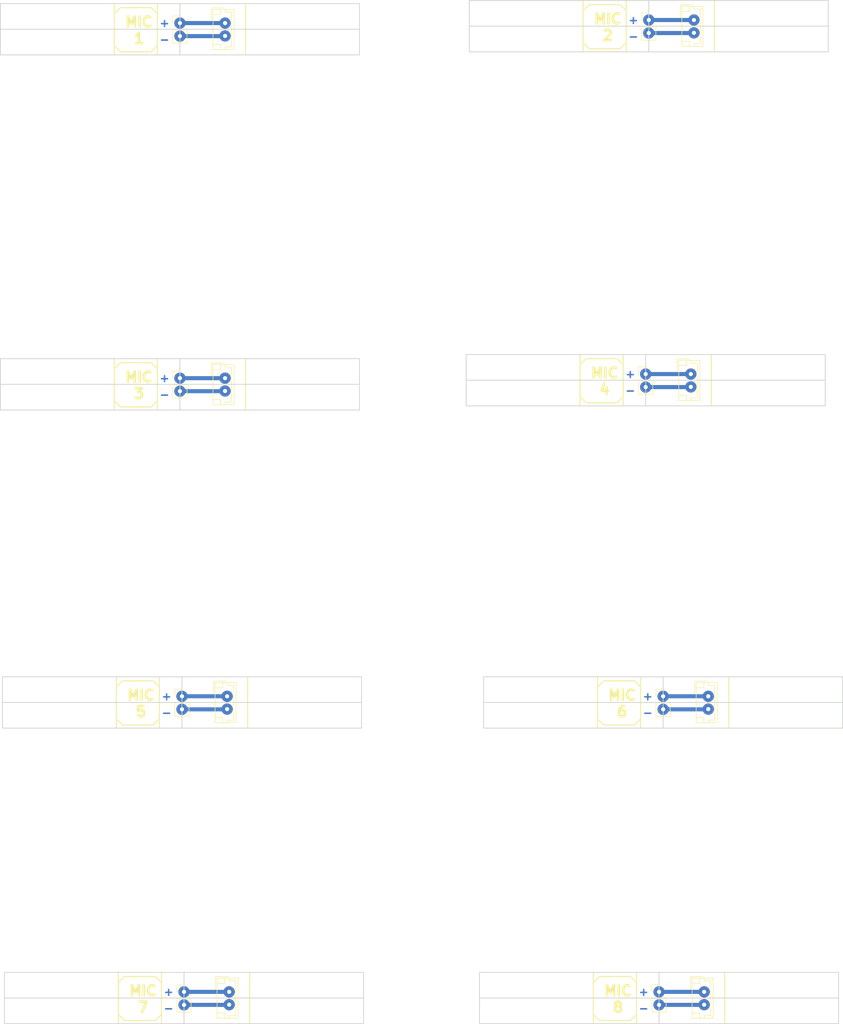
<source format=kicad_pcb>
(kicad_pcb (version 4) (host pcbnew 4.0.6)

  (general
    (links 30)
    (no_connects 14)
    (area 23.324999 31.699999 187.675001 231.300001)
    (thickness 1.6)
    (drawings 144)
    (tracks 32)
    (zones 0)
    (modules 16)
    (nets 3)
  )

  (page A4 portrait)
  (layers
    (0 F.Cu signal)
    (31 B.Cu signal)
    (32 B.Adhes user)
    (33 F.Adhes user)
    (34 B.Paste user)
    (35 F.Paste user)
    (36 B.SilkS user)
    (37 F.SilkS user)
    (38 B.Mask user)
    (39 F.Mask user)
    (40 Dwgs.User user)
    (41 Cmts.User user)
    (42 Eco1.User user)
    (43 Eco2.User user)
    (44 Edge.Cuts user)
    (45 Margin user)
    (46 B.CrtYd user)
    (47 F.CrtYd user)
    (48 B.Fab user)
    (49 F.Fab user)
  )

  (setup
    (last_trace_width 0.8)
    (user_trace_width 0.8)
    (trace_clearance 0.2)
    (zone_clearance 0.508)
    (zone_45_only no)
    (trace_min 0.2)
    (segment_width 0.2)
    (edge_width 0.15)
    (via_size 0.6)
    (via_drill 0.4)
    (via_min_size 0.4)
    (via_min_drill 0.3)
    (uvia_size 0.3)
    (uvia_drill 0.1)
    (uvias_allowed no)
    (uvia_min_size 0.2)
    (uvia_min_drill 0.1)
    (pcb_text_width 0.3)
    (pcb_text_size 1.5 1.5)
    (mod_edge_width 0.15)
    (mod_text_size 1 1)
    (mod_text_width 0.15)
    (pad_size 2.2 2.2)
    (pad_drill 0.8)
    (pad_to_mask_clearance 0.2)
    (aux_axis_origin 0 0)
    (visible_elements 7FFFFFFF)
    (pcbplotparams
      (layerselection 0x00030_80000001)
      (usegerberextensions false)
      (excludeedgelayer true)
      (linewidth 0.100000)
      (plotframeref false)
      (viasonmask false)
      (mode 1)
      (useauxorigin false)
      (hpglpennumber 1)
      (hpglpenspeed 20)
      (hpglpendiameter 15)
      (hpglpenoverlay 2)
      (psnegative false)
      (psa4output false)
      (plotreference true)
      (plotvalue true)
      (plotinvisibletext false)
      (padsonsilk false)
      (subtractmaskfromsilk false)
      (outputformat 1)
      (mirror false)
      (drillshape 1)
      (scaleselection 1)
      (outputdirectory ""))
  )

  (net 0 "")
  (net 1 /-ve)
  (net 2 /+ve)

  (net_class Default "This is the default net class."
    (clearance 0.2)
    (trace_width 0.25)
    (via_dia 0.6)
    (via_drill 0.4)
    (uvia_dia 0.3)
    (uvia_drill 0.1)
    (add_net /+ve)
    (add_net /-ve)
  )

  (module Connectors_JST:JST_EH_B02B-EH-A_02x2.50mm_Straight (layer F.Cu) (tedit 5D15C75F) (tstamp 5D15CB4F)
    (at 158.6 35.6 270)
    (descr "JST EH series connector, B02B-EH-A, 2.50mm pitch, top entry")
    (tags "connector jst eh top vertical straight")
    (path /5D15921E)
    (fp_text reference J2 (at 1.25 -3 270) (layer F.SilkS) hide
      (effects (font (size 1 1) (thickness 0.15)))
    )
    (fp_text value JST_CONN (at 1.25 3.5 270) (layer F.Fab) hide
      (effects (font (size 1 1) (thickness 0.15)))
    )
    (fp_text user %R (at 1.25 -3 270) (layer F.Fab) hide
      (effects (font (size 1 1) (thickness 0.15)))
    )
    (fp_line (start -2.5 -1.6) (end -2.5 2.2) (layer F.Fab) (width 0.1))
    (fp_line (start -2.5 2.2) (end 5 2.2) (layer F.Fab) (width 0.1))
    (fp_line (start 5 2.2) (end 5 -1.6) (layer F.Fab) (width 0.1))
    (fp_line (start 5 -1.6) (end -2.5 -1.6) (layer F.Fab) (width 0.1))
    (fp_line (start -2.65 -1.75) (end -2.65 2.35) (layer F.SilkS) (width 0.12))
    (fp_line (start -2.65 2.35) (end 5.15 2.35) (layer F.SilkS) (width 0.12))
    (fp_line (start 5.15 2.35) (end 5.15 -1.75) (layer F.SilkS) (width 0.12))
    (fp_line (start 5.15 -1.75) (end -2.65 -1.75) (layer F.SilkS) (width 0.12))
    (fp_line (start -2.65 0) (end -2.15 0) (layer F.SilkS) (width 0.12))
    (fp_line (start -2.15 0) (end -2.15 -1.25) (layer F.SilkS) (width 0.12))
    (fp_line (start -2.15 -1.25) (end 4.65 -1.25) (layer F.SilkS) (width 0.12))
    (fp_line (start 4.65 -1.25) (end 4.65 0) (layer F.SilkS) (width 0.12))
    (fp_line (start 4.65 0) (end 5.15 0) (layer F.SilkS) (width 0.12))
    (fp_line (start -2.65 0.85) (end -1.65 0.85) (layer F.SilkS) (width 0.12))
    (fp_line (start -1.65 0.85) (end -1.65 2.35) (layer F.SilkS) (width 0.12))
    (fp_line (start 5.15 0.85) (end 4.15 0.85) (layer F.SilkS) (width 0.12))
    (fp_line (start 4.15 0.85) (end 4.15 2.35) (layer F.SilkS) (width 0.12))
    (fp_line (start -2.95 0.15) (end -2.95 2.65) (layer F.SilkS) (width 0.12))
    (fp_line (start -2.95 2.65) (end -0.45 2.65) (layer F.SilkS) (width 0.12))
    (fp_line (start -2.95 0.15) (end -2.95 2.65) (layer F.Fab) (width 0.1))
    (fp_line (start -2.95 2.65) (end -0.45 2.65) (layer F.Fab) (width 0.1))
    (fp_line (start -3.15 -2.25) (end -3.15 2.85) (layer F.CrtYd) (width 0.05))
    (fp_line (start -3.15 2.85) (end 5.65 2.85) (layer F.CrtYd) (width 0.05))
    (fp_line (start 5.65 2.85) (end 5.65 -2.25) (layer F.CrtYd) (width 0.05))
    (fp_line (start 5.65 -2.25) (end -3.15 -2.25) (layer F.CrtYd) (width 0.05))
    (pad 1 thru_hole circle (at 0 0 270) (size 2.2 2.2) (drill 0.8) (layers *.Cu *.Mask)
      (net 2 /+ve))
    (pad 2 thru_hole circle (at 2.5 0 270) (size 2.2 2.2) (drill 0.8) (layers *.Cu *.Mask)
      (net 1 /-ve))
    (model Connectors_JST.3dshapes/JST_EH_B02B-EH-A_02x2.50mm_Straight.wrl
      (at (xyz 0 0 0))
      (scale (xyz 1 1 1))
      (rotate (xyz 0 0 0))
    )
  )

  (module Pin_Headers:Pin_Header_Straight_1x02_Pitch2.54mm (layer F.Cu) (tedit 5D15C74D) (tstamp 5D15CB3C)
    (at 149.8 35.6)
    (descr "Through hole straight pin header, 1x02, 2.54mm pitch, single row")
    (tags "Through hole pin header THT 1x02 2.54mm single row")
    (path /5D15913E)
    (fp_text reference J1 (at 0 -2.39) (layer F.SilkS) hide
      (effects (font (size 1 1) (thickness 0.15)))
    )
    (fp_text value MIC (at 0 4.93) (layer F.Fab) hide
      (effects (font (size 1 1) (thickness 0.15)))
    )
    (fp_line (start -1.27 -1.27) (end -1.27 3.81) (layer F.Fab) (width 0.1))
    (fp_line (start -1.27 3.81) (end 1.27 3.81) (layer F.Fab) (width 0.1))
    (fp_line (start 1.27 3.81) (end 1.27 -1.27) (layer F.Fab) (width 0.1))
    (fp_line (start 1.27 -1.27) (end -1.27 -1.27) (layer F.Fab) (width 0.1))
    (fp_line (start -1.39 1.27) (end -1.39 3.93) (layer F.SilkS) (width 0.12))
    (fp_line (start -1.39 3.93) (end 1.39 3.93) (layer F.SilkS) (width 0.12))
    (fp_line (start 1.39 3.93) (end 1.39 1.27) (layer F.SilkS) (width 0.12))
    (fp_line (start 1.39 1.27) (end -1.39 1.27) (layer F.SilkS) (width 0.12))
    (fp_line (start -1.39 0) (end -1.39 -1.39) (layer F.SilkS) (width 0.12))
    (fp_line (start -1.39 -1.39) (end 0 -1.39) (layer F.SilkS) (width 0.12))
    (fp_line (start -1.6 -1.6) (end -1.6 4.1) (layer F.CrtYd) (width 0.05))
    (fp_line (start -1.6 4.1) (end 1.6 4.1) (layer F.CrtYd) (width 0.05))
    (fp_line (start 1.6 4.1) (end 1.6 -1.6) (layer F.CrtYd) (width 0.05))
    (fp_line (start 1.6 -1.6) (end -1.6 -1.6) (layer F.CrtYd) (width 0.05))
    (pad 1 thru_hole circle (at 0 0) (size 2.2 2.2) (drill 0.8) (layers *.Cu *.Mask)
      (net 2 /+ve))
    (pad 2 thru_hole circle (at 0 2.54) (size 2.2 2.2) (drill 0.8) (layers *.Cu *.Mask)
      (net 1 /-ve))
    (model Pin_Headers.3dshapes/Pin_Header_Straight_1x02_Pitch2.54mm.wrl
      (at (xyz 0 -0.05 0))
      (scale (xyz 1 1 1))
      (rotate (xyz 0 0 90))
    )
  )

  (module Pin_Headers:Pin_Header_Straight_1x02_Pitch2.54mm (layer F.Cu) (tedit 5D15C74D) (tstamp 5D15CB29)
    (at 149.2 104.6)
    (descr "Through hole straight pin header, 1x02, 2.54mm pitch, single row")
    (tags "Through hole pin header THT 1x02 2.54mm single row")
    (path /5D15913E)
    (fp_text reference J1 (at 0 -2.39) (layer F.SilkS) hide
      (effects (font (size 1 1) (thickness 0.15)))
    )
    (fp_text value MIC (at 0 4.93) (layer F.Fab) hide
      (effects (font (size 1 1) (thickness 0.15)))
    )
    (fp_line (start -1.27 -1.27) (end -1.27 3.81) (layer F.Fab) (width 0.1))
    (fp_line (start -1.27 3.81) (end 1.27 3.81) (layer F.Fab) (width 0.1))
    (fp_line (start 1.27 3.81) (end 1.27 -1.27) (layer F.Fab) (width 0.1))
    (fp_line (start 1.27 -1.27) (end -1.27 -1.27) (layer F.Fab) (width 0.1))
    (fp_line (start -1.39 1.27) (end -1.39 3.93) (layer F.SilkS) (width 0.12))
    (fp_line (start -1.39 3.93) (end 1.39 3.93) (layer F.SilkS) (width 0.12))
    (fp_line (start 1.39 3.93) (end 1.39 1.27) (layer F.SilkS) (width 0.12))
    (fp_line (start 1.39 1.27) (end -1.39 1.27) (layer F.SilkS) (width 0.12))
    (fp_line (start -1.39 0) (end -1.39 -1.39) (layer F.SilkS) (width 0.12))
    (fp_line (start -1.39 -1.39) (end 0 -1.39) (layer F.SilkS) (width 0.12))
    (fp_line (start -1.6 -1.6) (end -1.6 4.1) (layer F.CrtYd) (width 0.05))
    (fp_line (start -1.6 4.1) (end 1.6 4.1) (layer F.CrtYd) (width 0.05))
    (fp_line (start 1.6 4.1) (end 1.6 -1.6) (layer F.CrtYd) (width 0.05))
    (fp_line (start 1.6 -1.6) (end -1.6 -1.6) (layer F.CrtYd) (width 0.05))
    (pad 1 thru_hole circle (at 0 0) (size 2.2 2.2) (drill 0.8) (layers *.Cu *.Mask)
      (net 2 /+ve))
    (pad 2 thru_hole circle (at 0 2.54) (size 2.2 2.2) (drill 0.8) (layers *.Cu *.Mask)
      (net 1 /-ve))
    (model Pin_Headers.3dshapes/Pin_Header_Straight_1x02_Pitch2.54mm.wrl
      (at (xyz 0 -0.05 0))
      (scale (xyz 1 1 1))
      (rotate (xyz 0 0 90))
    )
  )

  (module Connectors_JST:JST_EH_B02B-EH-A_02x2.50mm_Straight (layer F.Cu) (tedit 5D15C75F) (tstamp 5D15CB0A)
    (at 158 104.6 270)
    (descr "JST EH series connector, B02B-EH-A, 2.50mm pitch, top entry")
    (tags "connector jst eh top vertical straight")
    (path /5D15921E)
    (fp_text reference J2 (at 1.25 -3 270) (layer F.SilkS) hide
      (effects (font (size 1 1) (thickness 0.15)))
    )
    (fp_text value JST_CONN (at 1.25 3.5 270) (layer F.Fab) hide
      (effects (font (size 1 1) (thickness 0.15)))
    )
    (fp_text user %R (at 1.25 -3 270) (layer F.Fab) hide
      (effects (font (size 1 1) (thickness 0.15)))
    )
    (fp_line (start -2.5 -1.6) (end -2.5 2.2) (layer F.Fab) (width 0.1))
    (fp_line (start -2.5 2.2) (end 5 2.2) (layer F.Fab) (width 0.1))
    (fp_line (start 5 2.2) (end 5 -1.6) (layer F.Fab) (width 0.1))
    (fp_line (start 5 -1.6) (end -2.5 -1.6) (layer F.Fab) (width 0.1))
    (fp_line (start -2.65 -1.75) (end -2.65 2.35) (layer F.SilkS) (width 0.12))
    (fp_line (start -2.65 2.35) (end 5.15 2.35) (layer F.SilkS) (width 0.12))
    (fp_line (start 5.15 2.35) (end 5.15 -1.75) (layer F.SilkS) (width 0.12))
    (fp_line (start 5.15 -1.75) (end -2.65 -1.75) (layer F.SilkS) (width 0.12))
    (fp_line (start -2.65 0) (end -2.15 0) (layer F.SilkS) (width 0.12))
    (fp_line (start -2.15 0) (end -2.15 -1.25) (layer F.SilkS) (width 0.12))
    (fp_line (start -2.15 -1.25) (end 4.65 -1.25) (layer F.SilkS) (width 0.12))
    (fp_line (start 4.65 -1.25) (end 4.65 0) (layer F.SilkS) (width 0.12))
    (fp_line (start 4.65 0) (end 5.15 0) (layer F.SilkS) (width 0.12))
    (fp_line (start -2.65 0.85) (end -1.65 0.85) (layer F.SilkS) (width 0.12))
    (fp_line (start -1.65 0.85) (end -1.65 2.35) (layer F.SilkS) (width 0.12))
    (fp_line (start 5.15 0.85) (end 4.15 0.85) (layer F.SilkS) (width 0.12))
    (fp_line (start 4.15 0.85) (end 4.15 2.35) (layer F.SilkS) (width 0.12))
    (fp_line (start -2.95 0.15) (end -2.95 2.65) (layer F.SilkS) (width 0.12))
    (fp_line (start -2.95 2.65) (end -0.45 2.65) (layer F.SilkS) (width 0.12))
    (fp_line (start -2.95 0.15) (end -2.95 2.65) (layer F.Fab) (width 0.1))
    (fp_line (start -2.95 2.65) (end -0.45 2.65) (layer F.Fab) (width 0.1))
    (fp_line (start -3.15 -2.25) (end -3.15 2.85) (layer F.CrtYd) (width 0.05))
    (fp_line (start -3.15 2.85) (end 5.65 2.85) (layer F.CrtYd) (width 0.05))
    (fp_line (start 5.65 2.85) (end 5.65 -2.25) (layer F.CrtYd) (width 0.05))
    (fp_line (start 5.65 -2.25) (end -3.15 -2.25) (layer F.CrtYd) (width 0.05))
    (pad 1 thru_hole circle (at 0 0 270) (size 2.2 2.2) (drill 0.8) (layers *.Cu *.Mask)
      (net 2 /+ve))
    (pad 2 thru_hole circle (at 2.5 0 270) (size 2.2 2.2) (drill 0.8) (layers *.Cu *.Mask)
      (net 1 /-ve))
    (model Connectors_JST.3dshapes/JST_EH_B02B-EH-A_02x2.50mm_Straight.wrl
      (at (xyz 0 0 0))
      (scale (xyz 1 1 1))
      (rotate (xyz 0 0 0))
    )
  )

  (module Connectors_JST:JST_EH_B02B-EH-A_02x2.50mm_Straight (layer F.Cu) (tedit 5D15C75F) (tstamp 5D15CAEB)
    (at 160.6 225 270)
    (descr "JST EH series connector, B02B-EH-A, 2.50mm pitch, top entry")
    (tags "connector jst eh top vertical straight")
    (path /5D15921E)
    (fp_text reference J2 (at 1.25 -3 270) (layer F.SilkS) hide
      (effects (font (size 1 1) (thickness 0.15)))
    )
    (fp_text value JST_CONN (at 1.25 3.5 270) (layer F.Fab) hide
      (effects (font (size 1 1) (thickness 0.15)))
    )
    (fp_text user %R (at 1.25 -3 270) (layer F.Fab) hide
      (effects (font (size 1 1) (thickness 0.15)))
    )
    (fp_line (start -2.5 -1.6) (end -2.5 2.2) (layer F.Fab) (width 0.1))
    (fp_line (start -2.5 2.2) (end 5 2.2) (layer F.Fab) (width 0.1))
    (fp_line (start 5 2.2) (end 5 -1.6) (layer F.Fab) (width 0.1))
    (fp_line (start 5 -1.6) (end -2.5 -1.6) (layer F.Fab) (width 0.1))
    (fp_line (start -2.65 -1.75) (end -2.65 2.35) (layer F.SilkS) (width 0.12))
    (fp_line (start -2.65 2.35) (end 5.15 2.35) (layer F.SilkS) (width 0.12))
    (fp_line (start 5.15 2.35) (end 5.15 -1.75) (layer F.SilkS) (width 0.12))
    (fp_line (start 5.15 -1.75) (end -2.65 -1.75) (layer F.SilkS) (width 0.12))
    (fp_line (start -2.65 0) (end -2.15 0) (layer F.SilkS) (width 0.12))
    (fp_line (start -2.15 0) (end -2.15 -1.25) (layer F.SilkS) (width 0.12))
    (fp_line (start -2.15 -1.25) (end 4.65 -1.25) (layer F.SilkS) (width 0.12))
    (fp_line (start 4.65 -1.25) (end 4.65 0) (layer F.SilkS) (width 0.12))
    (fp_line (start 4.65 0) (end 5.15 0) (layer F.SilkS) (width 0.12))
    (fp_line (start -2.65 0.85) (end -1.65 0.85) (layer F.SilkS) (width 0.12))
    (fp_line (start -1.65 0.85) (end -1.65 2.35) (layer F.SilkS) (width 0.12))
    (fp_line (start 5.15 0.85) (end 4.15 0.85) (layer F.SilkS) (width 0.12))
    (fp_line (start 4.15 0.85) (end 4.15 2.35) (layer F.SilkS) (width 0.12))
    (fp_line (start -2.95 0.15) (end -2.95 2.65) (layer F.SilkS) (width 0.12))
    (fp_line (start -2.95 2.65) (end -0.45 2.65) (layer F.SilkS) (width 0.12))
    (fp_line (start -2.95 0.15) (end -2.95 2.65) (layer F.Fab) (width 0.1))
    (fp_line (start -2.95 2.65) (end -0.45 2.65) (layer F.Fab) (width 0.1))
    (fp_line (start -3.15 -2.25) (end -3.15 2.85) (layer F.CrtYd) (width 0.05))
    (fp_line (start -3.15 2.85) (end 5.65 2.85) (layer F.CrtYd) (width 0.05))
    (fp_line (start 5.65 2.85) (end 5.65 -2.25) (layer F.CrtYd) (width 0.05))
    (fp_line (start 5.65 -2.25) (end -3.15 -2.25) (layer F.CrtYd) (width 0.05))
    (pad 1 thru_hole circle (at 0 0 270) (size 2.2 2.2) (drill 0.8) (layers *.Cu *.Mask)
      (net 2 /+ve))
    (pad 2 thru_hole circle (at 2.5 0 270) (size 2.2 2.2) (drill 0.8) (layers *.Cu *.Mask)
      (net 1 /-ve))
    (model Connectors_JST.3dshapes/JST_EH_B02B-EH-A_02x2.50mm_Straight.wrl
      (at (xyz 0 0 0))
      (scale (xyz 1 1 1))
      (rotate (xyz 0 0 0))
    )
  )

  (module Pin_Headers:Pin_Header_Straight_1x02_Pitch2.54mm (layer F.Cu) (tedit 5D15C74D) (tstamp 5D15CAD8)
    (at 151.8 225)
    (descr "Through hole straight pin header, 1x02, 2.54mm pitch, single row")
    (tags "Through hole pin header THT 1x02 2.54mm single row")
    (path /5D15913E)
    (fp_text reference J1 (at 0 -2.39) (layer F.SilkS) hide
      (effects (font (size 1 1) (thickness 0.15)))
    )
    (fp_text value MIC (at 0 4.93) (layer F.Fab) hide
      (effects (font (size 1 1) (thickness 0.15)))
    )
    (fp_line (start -1.27 -1.27) (end -1.27 3.81) (layer F.Fab) (width 0.1))
    (fp_line (start -1.27 3.81) (end 1.27 3.81) (layer F.Fab) (width 0.1))
    (fp_line (start 1.27 3.81) (end 1.27 -1.27) (layer F.Fab) (width 0.1))
    (fp_line (start 1.27 -1.27) (end -1.27 -1.27) (layer F.Fab) (width 0.1))
    (fp_line (start -1.39 1.27) (end -1.39 3.93) (layer F.SilkS) (width 0.12))
    (fp_line (start -1.39 3.93) (end 1.39 3.93) (layer F.SilkS) (width 0.12))
    (fp_line (start 1.39 3.93) (end 1.39 1.27) (layer F.SilkS) (width 0.12))
    (fp_line (start 1.39 1.27) (end -1.39 1.27) (layer F.SilkS) (width 0.12))
    (fp_line (start -1.39 0) (end -1.39 -1.39) (layer F.SilkS) (width 0.12))
    (fp_line (start -1.39 -1.39) (end 0 -1.39) (layer F.SilkS) (width 0.12))
    (fp_line (start -1.6 -1.6) (end -1.6 4.1) (layer F.CrtYd) (width 0.05))
    (fp_line (start -1.6 4.1) (end 1.6 4.1) (layer F.CrtYd) (width 0.05))
    (fp_line (start 1.6 4.1) (end 1.6 -1.6) (layer F.CrtYd) (width 0.05))
    (fp_line (start 1.6 -1.6) (end -1.6 -1.6) (layer F.CrtYd) (width 0.05))
    (pad 1 thru_hole circle (at 0 0) (size 2.2 2.2) (drill 0.8) (layers *.Cu *.Mask)
      (net 2 /+ve))
    (pad 2 thru_hole circle (at 0 2.54) (size 2.2 2.2) (drill 0.8) (layers *.Cu *.Mask)
      (net 1 /-ve))
    (model Pin_Headers.3dshapes/Pin_Header_Straight_1x02_Pitch2.54mm.wrl
      (at (xyz 0 -0.05 0))
      (scale (xyz 1 1 1))
      (rotate (xyz 0 0 90))
    )
  )

  (module Pin_Headers:Pin_Header_Straight_1x02_Pitch2.54mm (layer F.Cu) (tedit 5D15C74D) (tstamp 5D15CAC5)
    (at 152.6 167.4)
    (descr "Through hole straight pin header, 1x02, 2.54mm pitch, single row")
    (tags "Through hole pin header THT 1x02 2.54mm single row")
    (path /5D15913E)
    (fp_text reference J1 (at 0 -2.39) (layer F.SilkS) hide
      (effects (font (size 1 1) (thickness 0.15)))
    )
    (fp_text value MIC (at 0 4.93) (layer F.Fab) hide
      (effects (font (size 1 1) (thickness 0.15)))
    )
    (fp_line (start -1.27 -1.27) (end -1.27 3.81) (layer F.Fab) (width 0.1))
    (fp_line (start -1.27 3.81) (end 1.27 3.81) (layer F.Fab) (width 0.1))
    (fp_line (start 1.27 3.81) (end 1.27 -1.27) (layer F.Fab) (width 0.1))
    (fp_line (start 1.27 -1.27) (end -1.27 -1.27) (layer F.Fab) (width 0.1))
    (fp_line (start -1.39 1.27) (end -1.39 3.93) (layer F.SilkS) (width 0.12))
    (fp_line (start -1.39 3.93) (end 1.39 3.93) (layer F.SilkS) (width 0.12))
    (fp_line (start 1.39 3.93) (end 1.39 1.27) (layer F.SilkS) (width 0.12))
    (fp_line (start 1.39 1.27) (end -1.39 1.27) (layer F.SilkS) (width 0.12))
    (fp_line (start -1.39 0) (end -1.39 -1.39) (layer F.SilkS) (width 0.12))
    (fp_line (start -1.39 -1.39) (end 0 -1.39) (layer F.SilkS) (width 0.12))
    (fp_line (start -1.6 -1.6) (end -1.6 4.1) (layer F.CrtYd) (width 0.05))
    (fp_line (start -1.6 4.1) (end 1.6 4.1) (layer F.CrtYd) (width 0.05))
    (fp_line (start 1.6 4.1) (end 1.6 -1.6) (layer F.CrtYd) (width 0.05))
    (fp_line (start 1.6 -1.6) (end -1.6 -1.6) (layer F.CrtYd) (width 0.05))
    (pad 1 thru_hole circle (at 0 0) (size 2.2 2.2) (drill 0.8) (layers *.Cu *.Mask)
      (net 2 /+ve))
    (pad 2 thru_hole circle (at 0 2.54) (size 2.2 2.2) (drill 0.8) (layers *.Cu *.Mask)
      (net 1 /-ve))
    (model Pin_Headers.3dshapes/Pin_Header_Straight_1x02_Pitch2.54mm.wrl
      (at (xyz 0 -0.05 0))
      (scale (xyz 1 1 1))
      (rotate (xyz 0 0 90))
    )
  )

  (module Connectors_JST:JST_EH_B02B-EH-A_02x2.50mm_Straight (layer F.Cu) (tedit 5D15C75F) (tstamp 5D15CAA6)
    (at 161.4 167.4 270)
    (descr "JST EH series connector, B02B-EH-A, 2.50mm pitch, top entry")
    (tags "connector jst eh top vertical straight")
    (path /5D15921E)
    (fp_text reference J2 (at 1.25 -3 270) (layer F.SilkS) hide
      (effects (font (size 1 1) (thickness 0.15)))
    )
    (fp_text value JST_CONN (at 1.25 3.5 270) (layer F.Fab) hide
      (effects (font (size 1 1) (thickness 0.15)))
    )
    (fp_text user %R (at 1.25 -3 270) (layer F.Fab) hide
      (effects (font (size 1 1) (thickness 0.15)))
    )
    (fp_line (start -2.5 -1.6) (end -2.5 2.2) (layer F.Fab) (width 0.1))
    (fp_line (start -2.5 2.2) (end 5 2.2) (layer F.Fab) (width 0.1))
    (fp_line (start 5 2.2) (end 5 -1.6) (layer F.Fab) (width 0.1))
    (fp_line (start 5 -1.6) (end -2.5 -1.6) (layer F.Fab) (width 0.1))
    (fp_line (start -2.65 -1.75) (end -2.65 2.35) (layer F.SilkS) (width 0.12))
    (fp_line (start -2.65 2.35) (end 5.15 2.35) (layer F.SilkS) (width 0.12))
    (fp_line (start 5.15 2.35) (end 5.15 -1.75) (layer F.SilkS) (width 0.12))
    (fp_line (start 5.15 -1.75) (end -2.65 -1.75) (layer F.SilkS) (width 0.12))
    (fp_line (start -2.65 0) (end -2.15 0) (layer F.SilkS) (width 0.12))
    (fp_line (start -2.15 0) (end -2.15 -1.25) (layer F.SilkS) (width 0.12))
    (fp_line (start -2.15 -1.25) (end 4.65 -1.25) (layer F.SilkS) (width 0.12))
    (fp_line (start 4.65 -1.25) (end 4.65 0) (layer F.SilkS) (width 0.12))
    (fp_line (start 4.65 0) (end 5.15 0) (layer F.SilkS) (width 0.12))
    (fp_line (start -2.65 0.85) (end -1.65 0.85) (layer F.SilkS) (width 0.12))
    (fp_line (start -1.65 0.85) (end -1.65 2.35) (layer F.SilkS) (width 0.12))
    (fp_line (start 5.15 0.85) (end 4.15 0.85) (layer F.SilkS) (width 0.12))
    (fp_line (start 4.15 0.85) (end 4.15 2.35) (layer F.SilkS) (width 0.12))
    (fp_line (start -2.95 0.15) (end -2.95 2.65) (layer F.SilkS) (width 0.12))
    (fp_line (start -2.95 2.65) (end -0.45 2.65) (layer F.SilkS) (width 0.12))
    (fp_line (start -2.95 0.15) (end -2.95 2.65) (layer F.Fab) (width 0.1))
    (fp_line (start -2.95 2.65) (end -0.45 2.65) (layer F.Fab) (width 0.1))
    (fp_line (start -3.15 -2.25) (end -3.15 2.85) (layer F.CrtYd) (width 0.05))
    (fp_line (start -3.15 2.85) (end 5.65 2.85) (layer F.CrtYd) (width 0.05))
    (fp_line (start 5.65 2.85) (end 5.65 -2.25) (layer F.CrtYd) (width 0.05))
    (fp_line (start 5.65 -2.25) (end -3.15 -2.25) (layer F.CrtYd) (width 0.05))
    (pad 1 thru_hole circle (at 0 0 270) (size 2.2 2.2) (drill 0.8) (layers *.Cu *.Mask)
      (net 2 /+ve))
    (pad 2 thru_hole circle (at 2.5 0 270) (size 2.2 2.2) (drill 0.8) (layers *.Cu *.Mask)
      (net 1 /-ve))
    (model Connectors_JST.3dshapes/JST_EH_B02B-EH-A_02x2.50mm_Straight.wrl
      (at (xyz 0 0 0))
      (scale (xyz 1 1 1))
      (rotate (xyz 0 0 0))
    )
  )

  (module Connectors_JST:JST_EH_B02B-EH-A_02x2.50mm_Straight (layer F.Cu) (tedit 5D15C75F) (tstamp 5D15CA29)
    (at 67.6 167.4 270)
    (descr "JST EH series connector, B02B-EH-A, 2.50mm pitch, top entry")
    (tags "connector jst eh top vertical straight")
    (path /5D15921E)
    (fp_text reference J2 (at 1.25 -3 270) (layer F.SilkS) hide
      (effects (font (size 1 1) (thickness 0.15)))
    )
    (fp_text value JST_CONN (at 1.25 3.5 270) (layer F.Fab) hide
      (effects (font (size 1 1) (thickness 0.15)))
    )
    (fp_text user %R (at 1.25 -3 270) (layer F.Fab) hide
      (effects (font (size 1 1) (thickness 0.15)))
    )
    (fp_line (start -2.5 -1.6) (end -2.5 2.2) (layer F.Fab) (width 0.1))
    (fp_line (start -2.5 2.2) (end 5 2.2) (layer F.Fab) (width 0.1))
    (fp_line (start 5 2.2) (end 5 -1.6) (layer F.Fab) (width 0.1))
    (fp_line (start 5 -1.6) (end -2.5 -1.6) (layer F.Fab) (width 0.1))
    (fp_line (start -2.65 -1.75) (end -2.65 2.35) (layer F.SilkS) (width 0.12))
    (fp_line (start -2.65 2.35) (end 5.15 2.35) (layer F.SilkS) (width 0.12))
    (fp_line (start 5.15 2.35) (end 5.15 -1.75) (layer F.SilkS) (width 0.12))
    (fp_line (start 5.15 -1.75) (end -2.65 -1.75) (layer F.SilkS) (width 0.12))
    (fp_line (start -2.65 0) (end -2.15 0) (layer F.SilkS) (width 0.12))
    (fp_line (start -2.15 0) (end -2.15 -1.25) (layer F.SilkS) (width 0.12))
    (fp_line (start -2.15 -1.25) (end 4.65 -1.25) (layer F.SilkS) (width 0.12))
    (fp_line (start 4.65 -1.25) (end 4.65 0) (layer F.SilkS) (width 0.12))
    (fp_line (start 4.65 0) (end 5.15 0) (layer F.SilkS) (width 0.12))
    (fp_line (start -2.65 0.85) (end -1.65 0.85) (layer F.SilkS) (width 0.12))
    (fp_line (start -1.65 0.85) (end -1.65 2.35) (layer F.SilkS) (width 0.12))
    (fp_line (start 5.15 0.85) (end 4.15 0.85) (layer F.SilkS) (width 0.12))
    (fp_line (start 4.15 0.85) (end 4.15 2.35) (layer F.SilkS) (width 0.12))
    (fp_line (start -2.95 0.15) (end -2.95 2.65) (layer F.SilkS) (width 0.12))
    (fp_line (start -2.95 2.65) (end -0.45 2.65) (layer F.SilkS) (width 0.12))
    (fp_line (start -2.95 0.15) (end -2.95 2.65) (layer F.Fab) (width 0.1))
    (fp_line (start -2.95 2.65) (end -0.45 2.65) (layer F.Fab) (width 0.1))
    (fp_line (start -3.15 -2.25) (end -3.15 2.85) (layer F.CrtYd) (width 0.05))
    (fp_line (start -3.15 2.85) (end 5.65 2.85) (layer F.CrtYd) (width 0.05))
    (fp_line (start 5.65 2.85) (end 5.65 -2.25) (layer F.CrtYd) (width 0.05))
    (fp_line (start 5.65 -2.25) (end -3.15 -2.25) (layer F.CrtYd) (width 0.05))
    (pad 1 thru_hole circle (at 0 0 270) (size 2.2 2.2) (drill 0.8) (layers *.Cu *.Mask)
      (net 2 /+ve))
    (pad 2 thru_hole circle (at 2.5 0 270) (size 2.2 2.2) (drill 0.8) (layers *.Cu *.Mask)
      (net 1 /-ve))
    (model Connectors_JST.3dshapes/JST_EH_B02B-EH-A_02x2.50mm_Straight.wrl
      (at (xyz 0 0 0))
      (scale (xyz 1 1 1))
      (rotate (xyz 0 0 0))
    )
  )

  (module Pin_Headers:Pin_Header_Straight_1x02_Pitch2.54mm (layer F.Cu) (tedit 5D15C74D) (tstamp 5D15CA16)
    (at 58.8 167.4)
    (descr "Through hole straight pin header, 1x02, 2.54mm pitch, single row")
    (tags "Through hole pin header THT 1x02 2.54mm single row")
    (path /5D15913E)
    (fp_text reference J1 (at 0 -2.39) (layer F.SilkS) hide
      (effects (font (size 1 1) (thickness 0.15)))
    )
    (fp_text value MIC (at 0 4.93) (layer F.Fab) hide
      (effects (font (size 1 1) (thickness 0.15)))
    )
    (fp_line (start -1.27 -1.27) (end -1.27 3.81) (layer F.Fab) (width 0.1))
    (fp_line (start -1.27 3.81) (end 1.27 3.81) (layer F.Fab) (width 0.1))
    (fp_line (start 1.27 3.81) (end 1.27 -1.27) (layer F.Fab) (width 0.1))
    (fp_line (start 1.27 -1.27) (end -1.27 -1.27) (layer F.Fab) (width 0.1))
    (fp_line (start -1.39 1.27) (end -1.39 3.93) (layer F.SilkS) (width 0.12))
    (fp_line (start -1.39 3.93) (end 1.39 3.93) (layer F.SilkS) (width 0.12))
    (fp_line (start 1.39 3.93) (end 1.39 1.27) (layer F.SilkS) (width 0.12))
    (fp_line (start 1.39 1.27) (end -1.39 1.27) (layer F.SilkS) (width 0.12))
    (fp_line (start -1.39 0) (end -1.39 -1.39) (layer F.SilkS) (width 0.12))
    (fp_line (start -1.39 -1.39) (end 0 -1.39) (layer F.SilkS) (width 0.12))
    (fp_line (start -1.6 -1.6) (end -1.6 4.1) (layer F.CrtYd) (width 0.05))
    (fp_line (start -1.6 4.1) (end 1.6 4.1) (layer F.CrtYd) (width 0.05))
    (fp_line (start 1.6 4.1) (end 1.6 -1.6) (layer F.CrtYd) (width 0.05))
    (fp_line (start 1.6 -1.6) (end -1.6 -1.6) (layer F.CrtYd) (width 0.05))
    (pad 1 thru_hole circle (at 0 0) (size 2.2 2.2) (drill 0.8) (layers *.Cu *.Mask)
      (net 2 /+ve))
    (pad 2 thru_hole circle (at 0 2.54) (size 2.2 2.2) (drill 0.8) (layers *.Cu *.Mask)
      (net 1 /-ve))
    (model Pin_Headers.3dshapes/Pin_Header_Straight_1x02_Pitch2.54mm.wrl
      (at (xyz 0 -0.05 0))
      (scale (xyz 1 1 1))
      (rotate (xyz 0 0 90))
    )
  )

  (module Pin_Headers:Pin_Header_Straight_1x02_Pitch2.54mm (layer F.Cu) (tedit 5D15C74D) (tstamp 5D15C9ED)
    (at 59.2 225)
    (descr "Through hole straight pin header, 1x02, 2.54mm pitch, single row")
    (tags "Through hole pin header THT 1x02 2.54mm single row")
    (path /5D15913E)
    (fp_text reference J1 (at 0 -2.39) (layer F.SilkS) hide
      (effects (font (size 1 1) (thickness 0.15)))
    )
    (fp_text value MIC (at 0 4.93) (layer F.Fab) hide
      (effects (font (size 1 1) (thickness 0.15)))
    )
    (fp_line (start -1.27 -1.27) (end -1.27 3.81) (layer F.Fab) (width 0.1))
    (fp_line (start -1.27 3.81) (end 1.27 3.81) (layer F.Fab) (width 0.1))
    (fp_line (start 1.27 3.81) (end 1.27 -1.27) (layer F.Fab) (width 0.1))
    (fp_line (start 1.27 -1.27) (end -1.27 -1.27) (layer F.Fab) (width 0.1))
    (fp_line (start -1.39 1.27) (end -1.39 3.93) (layer F.SilkS) (width 0.12))
    (fp_line (start -1.39 3.93) (end 1.39 3.93) (layer F.SilkS) (width 0.12))
    (fp_line (start 1.39 3.93) (end 1.39 1.27) (layer F.SilkS) (width 0.12))
    (fp_line (start 1.39 1.27) (end -1.39 1.27) (layer F.SilkS) (width 0.12))
    (fp_line (start -1.39 0) (end -1.39 -1.39) (layer F.SilkS) (width 0.12))
    (fp_line (start -1.39 -1.39) (end 0 -1.39) (layer F.SilkS) (width 0.12))
    (fp_line (start -1.6 -1.6) (end -1.6 4.1) (layer F.CrtYd) (width 0.05))
    (fp_line (start -1.6 4.1) (end 1.6 4.1) (layer F.CrtYd) (width 0.05))
    (fp_line (start 1.6 4.1) (end 1.6 -1.6) (layer F.CrtYd) (width 0.05))
    (fp_line (start 1.6 -1.6) (end -1.6 -1.6) (layer F.CrtYd) (width 0.05))
    (pad 1 thru_hole circle (at 0 0) (size 2.2 2.2) (drill 0.8) (layers *.Cu *.Mask)
      (net 2 /+ve))
    (pad 2 thru_hole circle (at 0 2.54) (size 2.2 2.2) (drill 0.8) (layers *.Cu *.Mask)
      (net 1 /-ve))
    (model Pin_Headers.3dshapes/Pin_Header_Straight_1x02_Pitch2.54mm.wrl
      (at (xyz 0 -0.05 0))
      (scale (xyz 1 1 1))
      (rotate (xyz 0 0 90))
    )
  )

  (module Connectors_JST:JST_EH_B02B-EH-A_02x2.50mm_Straight (layer F.Cu) (tedit 5D15C75F) (tstamp 5D15C9CE)
    (at 68 225 270)
    (descr "JST EH series connector, B02B-EH-A, 2.50mm pitch, top entry")
    (tags "connector jst eh top vertical straight")
    (path /5D15921E)
    (fp_text reference J2 (at 1.25 -3 270) (layer F.SilkS) hide
      (effects (font (size 1 1) (thickness 0.15)))
    )
    (fp_text value JST_CONN (at 1.25 3.5 270) (layer F.Fab) hide
      (effects (font (size 1 1) (thickness 0.15)))
    )
    (fp_text user %R (at 1.25 -3 270) (layer F.Fab) hide
      (effects (font (size 1 1) (thickness 0.15)))
    )
    (fp_line (start -2.5 -1.6) (end -2.5 2.2) (layer F.Fab) (width 0.1))
    (fp_line (start -2.5 2.2) (end 5 2.2) (layer F.Fab) (width 0.1))
    (fp_line (start 5 2.2) (end 5 -1.6) (layer F.Fab) (width 0.1))
    (fp_line (start 5 -1.6) (end -2.5 -1.6) (layer F.Fab) (width 0.1))
    (fp_line (start -2.65 -1.75) (end -2.65 2.35) (layer F.SilkS) (width 0.12))
    (fp_line (start -2.65 2.35) (end 5.15 2.35) (layer F.SilkS) (width 0.12))
    (fp_line (start 5.15 2.35) (end 5.15 -1.75) (layer F.SilkS) (width 0.12))
    (fp_line (start 5.15 -1.75) (end -2.65 -1.75) (layer F.SilkS) (width 0.12))
    (fp_line (start -2.65 0) (end -2.15 0) (layer F.SilkS) (width 0.12))
    (fp_line (start -2.15 0) (end -2.15 -1.25) (layer F.SilkS) (width 0.12))
    (fp_line (start -2.15 -1.25) (end 4.65 -1.25) (layer F.SilkS) (width 0.12))
    (fp_line (start 4.65 -1.25) (end 4.65 0) (layer F.SilkS) (width 0.12))
    (fp_line (start 4.65 0) (end 5.15 0) (layer F.SilkS) (width 0.12))
    (fp_line (start -2.65 0.85) (end -1.65 0.85) (layer F.SilkS) (width 0.12))
    (fp_line (start -1.65 0.85) (end -1.65 2.35) (layer F.SilkS) (width 0.12))
    (fp_line (start 5.15 0.85) (end 4.15 0.85) (layer F.SilkS) (width 0.12))
    (fp_line (start 4.15 0.85) (end 4.15 2.35) (layer F.SilkS) (width 0.12))
    (fp_line (start -2.95 0.15) (end -2.95 2.65) (layer F.SilkS) (width 0.12))
    (fp_line (start -2.95 2.65) (end -0.45 2.65) (layer F.SilkS) (width 0.12))
    (fp_line (start -2.95 0.15) (end -2.95 2.65) (layer F.Fab) (width 0.1))
    (fp_line (start -2.95 2.65) (end -0.45 2.65) (layer F.Fab) (width 0.1))
    (fp_line (start -3.15 -2.25) (end -3.15 2.85) (layer F.CrtYd) (width 0.05))
    (fp_line (start -3.15 2.85) (end 5.65 2.85) (layer F.CrtYd) (width 0.05))
    (fp_line (start 5.65 2.85) (end 5.65 -2.25) (layer F.CrtYd) (width 0.05))
    (fp_line (start 5.65 -2.25) (end -3.15 -2.25) (layer F.CrtYd) (width 0.05))
    (pad 1 thru_hole circle (at 0 0 270) (size 2.2 2.2) (drill 0.8) (layers *.Cu *.Mask)
      (net 2 /+ve))
    (pad 2 thru_hole circle (at 2.5 0 270) (size 2.2 2.2) (drill 0.8) (layers *.Cu *.Mask)
      (net 1 /-ve))
    (model Connectors_JST.3dshapes/JST_EH_B02B-EH-A_02x2.50mm_Straight.wrl
      (at (xyz 0 0 0))
      (scale (xyz 1 1 1))
      (rotate (xyz 0 0 0))
    )
  )

  (module Connectors_JST:JST_EH_B02B-EH-A_02x2.50mm_Straight (layer F.Cu) (tedit 5D15C75F) (tstamp 5D15C999)
    (at 67.2 105.4 270)
    (descr "JST EH series connector, B02B-EH-A, 2.50mm pitch, top entry")
    (tags "connector jst eh top vertical straight")
    (path /5D15921E)
    (fp_text reference J2 (at 1.25 -3 270) (layer F.SilkS) hide
      (effects (font (size 1 1) (thickness 0.15)))
    )
    (fp_text value JST_CONN (at 1.25 3.5 270) (layer F.Fab) hide
      (effects (font (size 1 1) (thickness 0.15)))
    )
    (fp_text user %R (at 1.25 -3 270) (layer F.Fab) hide
      (effects (font (size 1 1) (thickness 0.15)))
    )
    (fp_line (start -2.5 -1.6) (end -2.5 2.2) (layer F.Fab) (width 0.1))
    (fp_line (start -2.5 2.2) (end 5 2.2) (layer F.Fab) (width 0.1))
    (fp_line (start 5 2.2) (end 5 -1.6) (layer F.Fab) (width 0.1))
    (fp_line (start 5 -1.6) (end -2.5 -1.6) (layer F.Fab) (width 0.1))
    (fp_line (start -2.65 -1.75) (end -2.65 2.35) (layer F.SilkS) (width 0.12))
    (fp_line (start -2.65 2.35) (end 5.15 2.35) (layer F.SilkS) (width 0.12))
    (fp_line (start 5.15 2.35) (end 5.15 -1.75) (layer F.SilkS) (width 0.12))
    (fp_line (start 5.15 -1.75) (end -2.65 -1.75) (layer F.SilkS) (width 0.12))
    (fp_line (start -2.65 0) (end -2.15 0) (layer F.SilkS) (width 0.12))
    (fp_line (start -2.15 0) (end -2.15 -1.25) (layer F.SilkS) (width 0.12))
    (fp_line (start -2.15 -1.25) (end 4.65 -1.25) (layer F.SilkS) (width 0.12))
    (fp_line (start 4.65 -1.25) (end 4.65 0) (layer F.SilkS) (width 0.12))
    (fp_line (start 4.65 0) (end 5.15 0) (layer F.SilkS) (width 0.12))
    (fp_line (start -2.65 0.85) (end -1.65 0.85) (layer F.SilkS) (width 0.12))
    (fp_line (start -1.65 0.85) (end -1.65 2.35) (layer F.SilkS) (width 0.12))
    (fp_line (start 5.15 0.85) (end 4.15 0.85) (layer F.SilkS) (width 0.12))
    (fp_line (start 4.15 0.85) (end 4.15 2.35) (layer F.SilkS) (width 0.12))
    (fp_line (start -2.95 0.15) (end -2.95 2.65) (layer F.SilkS) (width 0.12))
    (fp_line (start -2.95 2.65) (end -0.45 2.65) (layer F.SilkS) (width 0.12))
    (fp_line (start -2.95 0.15) (end -2.95 2.65) (layer F.Fab) (width 0.1))
    (fp_line (start -2.95 2.65) (end -0.45 2.65) (layer F.Fab) (width 0.1))
    (fp_line (start -3.15 -2.25) (end -3.15 2.85) (layer F.CrtYd) (width 0.05))
    (fp_line (start -3.15 2.85) (end 5.65 2.85) (layer F.CrtYd) (width 0.05))
    (fp_line (start 5.65 2.85) (end 5.65 -2.25) (layer F.CrtYd) (width 0.05))
    (fp_line (start 5.65 -2.25) (end -3.15 -2.25) (layer F.CrtYd) (width 0.05))
    (pad 1 thru_hole circle (at 0 0 270) (size 2.2 2.2) (drill 0.8) (layers *.Cu *.Mask)
      (net 2 /+ve))
    (pad 2 thru_hole circle (at 2.5 0 270) (size 2.2 2.2) (drill 0.8) (layers *.Cu *.Mask)
      (net 1 /-ve))
    (model Connectors_JST.3dshapes/JST_EH_B02B-EH-A_02x2.50mm_Straight.wrl
      (at (xyz 0 0 0))
      (scale (xyz 1 1 1))
      (rotate (xyz 0 0 0))
    )
  )

  (module Pin_Headers:Pin_Header_Straight_1x02_Pitch2.54mm (layer F.Cu) (tedit 5D15C74D) (tstamp 5D15C986)
    (at 58.4 105.4)
    (descr "Through hole straight pin header, 1x02, 2.54mm pitch, single row")
    (tags "Through hole pin header THT 1x02 2.54mm single row")
    (path /5D15913E)
    (fp_text reference J1 (at 0 -2.39) (layer F.SilkS) hide
      (effects (font (size 1 1) (thickness 0.15)))
    )
    (fp_text value MIC (at 0 4.93) (layer F.Fab) hide
      (effects (font (size 1 1) (thickness 0.15)))
    )
    (fp_line (start -1.27 -1.27) (end -1.27 3.81) (layer F.Fab) (width 0.1))
    (fp_line (start -1.27 3.81) (end 1.27 3.81) (layer F.Fab) (width 0.1))
    (fp_line (start 1.27 3.81) (end 1.27 -1.27) (layer F.Fab) (width 0.1))
    (fp_line (start 1.27 -1.27) (end -1.27 -1.27) (layer F.Fab) (width 0.1))
    (fp_line (start -1.39 1.27) (end -1.39 3.93) (layer F.SilkS) (width 0.12))
    (fp_line (start -1.39 3.93) (end 1.39 3.93) (layer F.SilkS) (width 0.12))
    (fp_line (start 1.39 3.93) (end 1.39 1.27) (layer F.SilkS) (width 0.12))
    (fp_line (start 1.39 1.27) (end -1.39 1.27) (layer F.SilkS) (width 0.12))
    (fp_line (start -1.39 0) (end -1.39 -1.39) (layer F.SilkS) (width 0.12))
    (fp_line (start -1.39 -1.39) (end 0 -1.39) (layer F.SilkS) (width 0.12))
    (fp_line (start -1.6 -1.6) (end -1.6 4.1) (layer F.CrtYd) (width 0.05))
    (fp_line (start -1.6 4.1) (end 1.6 4.1) (layer F.CrtYd) (width 0.05))
    (fp_line (start 1.6 4.1) (end 1.6 -1.6) (layer F.CrtYd) (width 0.05))
    (fp_line (start 1.6 -1.6) (end -1.6 -1.6) (layer F.CrtYd) (width 0.05))
    (pad 1 thru_hole circle (at 0 0) (size 2.2 2.2) (drill 0.8) (layers *.Cu *.Mask)
      (net 2 /+ve))
    (pad 2 thru_hole circle (at 0 2.54) (size 2.2 2.2) (drill 0.8) (layers *.Cu *.Mask)
      (net 1 /-ve))
    (model Pin_Headers.3dshapes/Pin_Header_Straight_1x02_Pitch2.54mm.wrl
      (at (xyz 0 -0.05 0))
      (scale (xyz 1 1 1))
      (rotate (xyz 0 0 90))
    )
  )

  (module Pin_Headers:Pin_Header_Straight_1x02_Pitch2.54mm (layer F.Cu) (tedit 5D15C74D) (tstamp 5D15BE22)
    (at 58.4 36.2)
    (descr "Through hole straight pin header, 1x02, 2.54mm pitch, single row")
    (tags "Through hole pin header THT 1x02 2.54mm single row")
    (path /5D15913E)
    (fp_text reference J1 (at 0 -2.39) (layer F.SilkS) hide
      (effects (font (size 1 1) (thickness 0.15)))
    )
    (fp_text value MIC (at 0 4.93) (layer F.Fab) hide
      (effects (font (size 1 1) (thickness 0.15)))
    )
    (fp_line (start -1.27 -1.27) (end -1.27 3.81) (layer F.Fab) (width 0.1))
    (fp_line (start -1.27 3.81) (end 1.27 3.81) (layer F.Fab) (width 0.1))
    (fp_line (start 1.27 3.81) (end 1.27 -1.27) (layer F.Fab) (width 0.1))
    (fp_line (start 1.27 -1.27) (end -1.27 -1.27) (layer F.Fab) (width 0.1))
    (fp_line (start -1.39 1.27) (end -1.39 3.93) (layer F.SilkS) (width 0.12))
    (fp_line (start -1.39 3.93) (end 1.39 3.93) (layer F.SilkS) (width 0.12))
    (fp_line (start 1.39 3.93) (end 1.39 1.27) (layer F.SilkS) (width 0.12))
    (fp_line (start 1.39 1.27) (end -1.39 1.27) (layer F.SilkS) (width 0.12))
    (fp_line (start -1.39 0) (end -1.39 -1.39) (layer F.SilkS) (width 0.12))
    (fp_line (start -1.39 -1.39) (end 0 -1.39) (layer F.SilkS) (width 0.12))
    (fp_line (start -1.6 -1.6) (end -1.6 4.1) (layer F.CrtYd) (width 0.05))
    (fp_line (start -1.6 4.1) (end 1.6 4.1) (layer F.CrtYd) (width 0.05))
    (fp_line (start 1.6 4.1) (end 1.6 -1.6) (layer F.CrtYd) (width 0.05))
    (fp_line (start 1.6 -1.6) (end -1.6 -1.6) (layer F.CrtYd) (width 0.05))
    (pad 1 thru_hole circle (at 0 0) (size 2.2 2.2) (drill 0.8) (layers *.Cu *.Mask)
      (net 2 /+ve))
    (pad 2 thru_hole circle (at 0 2.54) (size 2.2 2.2) (drill 0.8) (layers *.Cu *.Mask)
      (net 1 /-ve))
    (model Pin_Headers.3dshapes/Pin_Header_Straight_1x02_Pitch2.54mm.wrl
      (at (xyz 0 -0.05 0))
      (scale (xyz 1 1 1))
      (rotate (xyz 0 0 90))
    )
  )

  (module Connectors_JST:JST_EH_B02B-EH-A_02x2.50mm_Straight (layer F.Cu) (tedit 5D15C75F) (tstamp 5D15BE42)
    (at 67.2 36.2 270)
    (descr "JST EH series connector, B02B-EH-A, 2.50mm pitch, top entry")
    (tags "connector jst eh top vertical straight")
    (path /5D15921E)
    (fp_text reference J2 (at 1.25 -3 270) (layer F.SilkS) hide
      (effects (font (size 1 1) (thickness 0.15)))
    )
    (fp_text value JST_CONN (at 1.25 3.5 270) (layer F.Fab) hide
      (effects (font (size 1 1) (thickness 0.15)))
    )
    (fp_text user %R (at 1.25 -3 270) (layer F.Fab) hide
      (effects (font (size 1 1) (thickness 0.15)))
    )
    (fp_line (start -2.5 -1.6) (end -2.5 2.2) (layer F.Fab) (width 0.1))
    (fp_line (start -2.5 2.2) (end 5 2.2) (layer F.Fab) (width 0.1))
    (fp_line (start 5 2.2) (end 5 -1.6) (layer F.Fab) (width 0.1))
    (fp_line (start 5 -1.6) (end -2.5 -1.6) (layer F.Fab) (width 0.1))
    (fp_line (start -2.65 -1.75) (end -2.65 2.35) (layer F.SilkS) (width 0.12))
    (fp_line (start -2.65 2.35) (end 5.15 2.35) (layer F.SilkS) (width 0.12))
    (fp_line (start 5.15 2.35) (end 5.15 -1.75) (layer F.SilkS) (width 0.12))
    (fp_line (start 5.15 -1.75) (end -2.65 -1.75) (layer F.SilkS) (width 0.12))
    (fp_line (start -2.65 0) (end -2.15 0) (layer F.SilkS) (width 0.12))
    (fp_line (start -2.15 0) (end -2.15 -1.25) (layer F.SilkS) (width 0.12))
    (fp_line (start -2.15 -1.25) (end 4.65 -1.25) (layer F.SilkS) (width 0.12))
    (fp_line (start 4.65 -1.25) (end 4.65 0) (layer F.SilkS) (width 0.12))
    (fp_line (start 4.65 0) (end 5.15 0) (layer F.SilkS) (width 0.12))
    (fp_line (start -2.65 0.85) (end -1.65 0.85) (layer F.SilkS) (width 0.12))
    (fp_line (start -1.65 0.85) (end -1.65 2.35) (layer F.SilkS) (width 0.12))
    (fp_line (start 5.15 0.85) (end 4.15 0.85) (layer F.SilkS) (width 0.12))
    (fp_line (start 4.15 0.85) (end 4.15 2.35) (layer F.SilkS) (width 0.12))
    (fp_line (start -2.95 0.15) (end -2.95 2.65) (layer F.SilkS) (width 0.12))
    (fp_line (start -2.95 2.65) (end -0.45 2.65) (layer F.SilkS) (width 0.12))
    (fp_line (start -2.95 0.15) (end -2.95 2.65) (layer F.Fab) (width 0.1))
    (fp_line (start -2.95 2.65) (end -0.45 2.65) (layer F.Fab) (width 0.1))
    (fp_line (start -3.15 -2.25) (end -3.15 2.85) (layer F.CrtYd) (width 0.05))
    (fp_line (start -3.15 2.85) (end 5.65 2.85) (layer F.CrtYd) (width 0.05))
    (fp_line (start 5.65 2.85) (end 5.65 -2.25) (layer F.CrtYd) (width 0.05))
    (fp_line (start 5.65 -2.25) (end -3.15 -2.25) (layer F.CrtYd) (width 0.05))
    (pad 1 thru_hole circle (at 0 0 270) (size 2.2 2.2) (drill 0.8) (layers *.Cu *.Mask)
      (net 2 /+ve))
    (pad 2 thru_hole circle (at 2.5 0 270) (size 2.2 2.2) (drill 0.8) (layers *.Cu *.Mask)
      (net 1 /-ve))
    (model Connectors_JST.3dshapes/JST_EH_B02B-EH-A_02x2.50mm_Straight.wrl
      (at (xyz 0 0 0))
      (scale (xyz 1 1 1))
      (rotate (xyz 0 0 0))
    )
  )

  (gr_line (start 114.8 31.8) (end 114.8 41.8) (angle 90) (layer Edge.Cuts) (width 0.15) (tstamp 5D15CBC5))
  (gr_line (start 114.8 41.8) (end 184.8 41.8) (angle 90) (layer Edge.Cuts) (width 0.15) (tstamp 5D15CBC4))
  (gr_line (start 184.8 41.8) (end 184.8 31.8) (angle 90) (layer Edge.Cuts) (width 0.15) (tstamp 5D15CBC3))
  (gr_line (start 184.8 31.8) (end 114.8 31.8) (angle 90) (layer Edge.Cuts) (width 0.15) (tstamp 5D15CBC2))
  (gr_line (start 149.8 31.8) (end 149.8 41.8) (angle 90) (layer Edge.Cuts) (width 0.15) (tstamp 5D15CBC1))
  (gr_line (start 114.8 36.8) (end 184.8 36.8) (angle 90) (layer Edge.Cuts) (width 0.15) (tstamp 5D15CBC0))
  (gr_text + (at 146.8 35.6) (layer B.Cu) (tstamp 5D15CBBF)
    (effects (font (size 1.5 1.5) (thickness 0.3)) (justify mirror))
  )
  (gr_text - (at 146.8 38.8) (layer B.Cu) (tstamp 5D15CBBE)
    (effects (font (size 1.5 1.5) (thickness 0.3)) (justify mirror))
  )
  (gr_text "MIC\n2" (at 141.8 37) (layer F.SilkS) (tstamp 5D15CBBD)
    (effects (font (size 2 2) (thickness 0.5)))
  )
  (gr_line (start 137 31.8) (end 137 41.8) (angle 90) (layer F.SilkS) (width 0.2) (tstamp 5D15CBBC))
  (gr_line (start 162.6 31.8) (end 162.6 41.8) (angle 90) (layer F.SilkS) (width 0.2) (tstamp 5D15CBBB))
  (gr_line (start 145.4 31.8) (end 145.4 41.8) (angle 90) (layer F.SilkS) (width 0.2) (tstamp 5D15CBBA))
  (gr_line (start 137 33.8) (end 138.2 32.6) (angle 90) (layer F.SilkS) (width 0.2) (tstamp 5D15CBB9))
  (gr_line (start 138.2 32.6) (end 144.2 32.6) (angle 90) (layer F.SilkS) (width 0.2) (tstamp 5D15CBB8))
  (gr_line (start 144.2 32.6) (end 145.4 33.8) (angle 90) (layer F.SilkS) (width 0.2) (tstamp 5D15CBB7))
  (gr_line (start 137 40) (end 138.2 41.2) (angle 90) (layer F.SilkS) (width 0.2) (tstamp 5D15CBB6))
  (gr_line (start 138.2 41.2) (end 144.2 41.2) (angle 90) (layer F.SilkS) (width 0.2) (tstamp 5D15CBB5))
  (gr_line (start 144.2 41.2) (end 145.4 40) (angle 90) (layer F.SilkS) (width 0.2) (tstamp 5D15CBB4))
  (gr_line (start 143.6 110.2) (end 144.8 109) (angle 90) (layer F.SilkS) (width 0.2) (tstamp 5D15CBB3))
  (gr_line (start 137.6 110.2) (end 143.6 110.2) (angle 90) (layer F.SilkS) (width 0.2) (tstamp 5D15CBB2))
  (gr_line (start 136.4 109) (end 137.6 110.2) (angle 90) (layer F.SilkS) (width 0.2) (tstamp 5D15CBB1))
  (gr_line (start 143.6 101.6) (end 144.8 102.8) (angle 90) (layer F.SilkS) (width 0.2) (tstamp 5D15CBB0))
  (gr_line (start 137.6 101.6) (end 143.6 101.6) (angle 90) (layer F.SilkS) (width 0.2) (tstamp 5D15CBAF))
  (gr_line (start 136.4 102.8) (end 137.6 101.6) (angle 90) (layer F.SilkS) (width 0.2) (tstamp 5D15CBAE))
  (gr_line (start 144.8 100.8) (end 144.8 110.8) (angle 90) (layer F.SilkS) (width 0.2) (tstamp 5D15CBAD))
  (gr_line (start 162 100.8) (end 162 110.8) (angle 90) (layer F.SilkS) (width 0.2) (tstamp 5D15CBAC))
  (gr_line (start 136.4 100.8) (end 136.4 110.8) (angle 90) (layer F.SilkS) (width 0.2) (tstamp 5D15CBAB))
  (gr_text "MIC\n4" (at 141.2 106) (layer F.SilkS) (tstamp 5D15CBAA)
    (effects (font (size 2 2) (thickness 0.5)))
  )
  (gr_text - (at 146.2 107.8) (layer B.Cu) (tstamp 5D15CBA9)
    (effects (font (size 1.5 1.5) (thickness 0.3)) (justify mirror))
  )
  (gr_text + (at 146.2 104.6) (layer B.Cu) (tstamp 5D15CBA8)
    (effects (font (size 1.5 1.5) (thickness 0.3)) (justify mirror))
  )
  (gr_line (start 114.2 105.8) (end 184.2 105.8) (angle 90) (layer Edge.Cuts) (width 0.15) (tstamp 5D15CBA7))
  (gr_line (start 149.2 100.8) (end 149.2 110.8) (angle 90) (layer Edge.Cuts) (width 0.15) (tstamp 5D15CBA6))
  (gr_line (start 184.2 100.8) (end 114.2 100.8) (angle 90) (layer Edge.Cuts) (width 0.15) (tstamp 5D15CBA5))
  (gr_line (start 184.2 110.8) (end 184.2 100.8) (angle 90) (layer Edge.Cuts) (width 0.15) (tstamp 5D15CBA4))
  (gr_line (start 114.2 110.8) (end 184.2 110.8) (angle 90) (layer Edge.Cuts) (width 0.15) (tstamp 5D15CBA3))
  (gr_line (start 114.2 100.8) (end 114.2 110.8) (angle 90) (layer Edge.Cuts) (width 0.15) (tstamp 5D15CBA2))
  (gr_line (start 116.8 221.2) (end 116.8 231.2) (angle 90) (layer Edge.Cuts) (width 0.15) (tstamp 5D15CBA1))
  (gr_line (start 116.8 231.2) (end 186.8 231.2) (angle 90) (layer Edge.Cuts) (width 0.15) (tstamp 5D15CBA0))
  (gr_line (start 186.8 231.2) (end 186.8 221.2) (angle 90) (layer Edge.Cuts) (width 0.15) (tstamp 5D15CB9F))
  (gr_line (start 186.8 221.2) (end 116.8 221.2) (angle 90) (layer Edge.Cuts) (width 0.15) (tstamp 5D15CB9E))
  (gr_line (start 151.8 221.2) (end 151.8 231.2) (angle 90) (layer Edge.Cuts) (width 0.15) (tstamp 5D15CB9D))
  (gr_line (start 116.8 226.2) (end 186.8 226.2) (angle 90) (layer Edge.Cuts) (width 0.15) (tstamp 5D15CB9C))
  (gr_text + (at 148.8 225) (layer B.Cu) (tstamp 5D15CB9B)
    (effects (font (size 1.5 1.5) (thickness 0.3)) (justify mirror))
  )
  (gr_text - (at 148.8 228.2) (layer B.Cu) (tstamp 5D15CB9A)
    (effects (font (size 1.5 1.5) (thickness 0.3)) (justify mirror))
  )
  (gr_text "MIC\n8" (at 143.8 226.4) (layer F.SilkS) (tstamp 5D15CB99)
    (effects (font (size 2 2) (thickness 0.5)))
  )
  (gr_line (start 139 221.2) (end 139 231.2) (angle 90) (layer F.SilkS) (width 0.2) (tstamp 5D15CB98))
  (gr_line (start 164.6 221.2) (end 164.6 231.2) (angle 90) (layer F.SilkS) (width 0.2) (tstamp 5D15CB97))
  (gr_line (start 147.4 221.2) (end 147.4 231.2) (angle 90) (layer F.SilkS) (width 0.2) (tstamp 5D15CB96))
  (gr_line (start 139 223.2) (end 140.2 222) (angle 90) (layer F.SilkS) (width 0.2) (tstamp 5D15CB95))
  (gr_line (start 140.2 222) (end 146.2 222) (angle 90) (layer F.SilkS) (width 0.2) (tstamp 5D15CB94))
  (gr_line (start 146.2 222) (end 147.4 223.2) (angle 90) (layer F.SilkS) (width 0.2) (tstamp 5D15CB93))
  (gr_line (start 139 229.4) (end 140.2 230.6) (angle 90) (layer F.SilkS) (width 0.2) (tstamp 5D15CB92))
  (gr_line (start 140.2 230.6) (end 146.2 230.6) (angle 90) (layer F.SilkS) (width 0.2) (tstamp 5D15CB91))
  (gr_line (start 146.2 230.6) (end 147.4 229.4) (angle 90) (layer F.SilkS) (width 0.2) (tstamp 5D15CB90))
  (gr_line (start 147 173) (end 148.2 171.8) (angle 90) (layer F.SilkS) (width 0.2) (tstamp 5D15CB8F))
  (gr_line (start 141 173) (end 147 173) (angle 90) (layer F.SilkS) (width 0.2) (tstamp 5D15CB8E))
  (gr_line (start 139.8 171.8) (end 141 173) (angle 90) (layer F.SilkS) (width 0.2) (tstamp 5D15CB8D))
  (gr_line (start 147 164.4) (end 148.2 165.6) (angle 90) (layer F.SilkS) (width 0.2) (tstamp 5D15CB8C))
  (gr_line (start 141 164.4) (end 147 164.4) (angle 90) (layer F.SilkS) (width 0.2) (tstamp 5D15CB8B))
  (gr_line (start 139.8 165.6) (end 141 164.4) (angle 90) (layer F.SilkS) (width 0.2) (tstamp 5D15CB8A))
  (gr_line (start 148.2 163.6) (end 148.2 173.6) (angle 90) (layer F.SilkS) (width 0.2) (tstamp 5D15CB89))
  (gr_line (start 165.4 163.6) (end 165.4 173.6) (angle 90) (layer F.SilkS) (width 0.2) (tstamp 5D15CB88))
  (gr_line (start 139.8 163.6) (end 139.8 173.6) (angle 90) (layer F.SilkS) (width 0.2) (tstamp 5D15CB87))
  (gr_text "MIC\n6" (at 144.6 168.8) (layer F.SilkS) (tstamp 5D15CB86)
    (effects (font (size 2 2) (thickness 0.5)))
  )
  (gr_text - (at 149.6 170.6) (layer B.Cu) (tstamp 5D15CB85)
    (effects (font (size 1.5 1.5) (thickness 0.3)) (justify mirror))
  )
  (gr_text + (at 149.6 167.4) (layer B.Cu) (tstamp 5D15CB84)
    (effects (font (size 1.5 1.5) (thickness 0.3)) (justify mirror))
  )
  (gr_line (start 117.6 168.6) (end 187.6 168.6) (angle 90) (layer Edge.Cuts) (width 0.15) (tstamp 5D15CB83))
  (gr_line (start 152.6 163.6) (end 152.6 173.6) (angle 90) (layer Edge.Cuts) (width 0.15) (tstamp 5D15CB82))
  (gr_line (start 187.6 163.6) (end 117.6 163.6) (angle 90) (layer Edge.Cuts) (width 0.15) (tstamp 5D15CB81))
  (gr_line (start 187.6 173.6) (end 187.6 163.6) (angle 90) (layer Edge.Cuts) (width 0.15) (tstamp 5D15CB80))
  (gr_line (start 117.6 173.6) (end 187.6 173.6) (angle 90) (layer Edge.Cuts) (width 0.15) (tstamp 5D15CB7F))
  (gr_line (start 117.6 163.6) (end 117.6 173.6) (angle 90) (layer Edge.Cuts) (width 0.15) (tstamp 5D15CB7E))
  (gr_line (start 23.8 163.6) (end 23.8 173.6) (angle 90) (layer Edge.Cuts) (width 0.15) (tstamp 5D15CA5D))
  (gr_line (start 23.8 173.6) (end 93.8 173.6) (angle 90) (layer Edge.Cuts) (width 0.15) (tstamp 5D15CA5C))
  (gr_line (start 93.8 173.6) (end 93.8 163.6) (angle 90) (layer Edge.Cuts) (width 0.15) (tstamp 5D15CA5B))
  (gr_line (start 93.8 163.6) (end 23.8 163.6) (angle 90) (layer Edge.Cuts) (width 0.15) (tstamp 5D15CA5A))
  (gr_line (start 58.8 163.6) (end 58.8 173.6) (angle 90) (layer Edge.Cuts) (width 0.15) (tstamp 5D15CA59))
  (gr_line (start 23.8 168.6) (end 93.8 168.6) (angle 90) (layer Edge.Cuts) (width 0.15) (tstamp 5D15CA58))
  (gr_text + (at 55.8 167.4) (layer B.Cu) (tstamp 5D15CA57)
    (effects (font (size 1.5 1.5) (thickness 0.3)) (justify mirror))
  )
  (gr_text - (at 55.8 170.6) (layer B.Cu) (tstamp 5D15CA56)
    (effects (font (size 1.5 1.5) (thickness 0.3)) (justify mirror))
  )
  (gr_text "MIC\n5" (at 50.8 168.8) (layer F.SilkS) (tstamp 5D15CA55)
    (effects (font (size 2 2) (thickness 0.5)))
  )
  (gr_line (start 46 163.6) (end 46 173.6) (angle 90) (layer F.SilkS) (width 0.2) (tstamp 5D15CA54))
  (gr_line (start 71.6 163.6) (end 71.6 173.6) (angle 90) (layer F.SilkS) (width 0.2) (tstamp 5D15CA53))
  (gr_line (start 54.4 163.6) (end 54.4 173.6) (angle 90) (layer F.SilkS) (width 0.2) (tstamp 5D15CA52))
  (gr_line (start 46 165.6) (end 47.2 164.4) (angle 90) (layer F.SilkS) (width 0.2) (tstamp 5D15CA51))
  (gr_line (start 47.2 164.4) (end 53.2 164.4) (angle 90) (layer F.SilkS) (width 0.2) (tstamp 5D15CA50))
  (gr_line (start 53.2 164.4) (end 54.4 165.6) (angle 90) (layer F.SilkS) (width 0.2) (tstamp 5D15CA4F))
  (gr_line (start 46 171.8) (end 47.2 173) (angle 90) (layer F.SilkS) (width 0.2) (tstamp 5D15CA4E))
  (gr_line (start 47.2 173) (end 53.2 173) (angle 90) (layer F.SilkS) (width 0.2) (tstamp 5D15CA4D))
  (gr_line (start 53.2 173) (end 54.4 171.8) (angle 90) (layer F.SilkS) (width 0.2) (tstamp 5D15CA4C))
  (gr_line (start 53.6 230.6) (end 54.8 229.4) (angle 90) (layer F.SilkS) (width 0.2) (tstamp 5D15CA15))
  (gr_line (start 47.6 230.6) (end 53.6 230.6) (angle 90) (layer F.SilkS) (width 0.2) (tstamp 5D15CA14))
  (gr_line (start 46.4 229.4) (end 47.6 230.6) (angle 90) (layer F.SilkS) (width 0.2) (tstamp 5D15CA13))
  (gr_line (start 53.6 222) (end 54.8 223.2) (angle 90) (layer F.SilkS) (width 0.2) (tstamp 5D15CA12))
  (gr_line (start 47.6 222) (end 53.6 222) (angle 90) (layer F.SilkS) (width 0.2) (tstamp 5D15CA11))
  (gr_line (start 46.4 223.2) (end 47.6 222) (angle 90) (layer F.SilkS) (width 0.2) (tstamp 5D15CA10))
  (gr_line (start 54.8 221.2) (end 54.8 231.2) (angle 90) (layer F.SilkS) (width 0.2) (tstamp 5D15CA0F))
  (gr_line (start 72 221.2) (end 72 231.2) (angle 90) (layer F.SilkS) (width 0.2) (tstamp 5D15CA0E))
  (gr_line (start 46.4 221.2) (end 46.4 231.2) (angle 90) (layer F.SilkS) (width 0.2) (tstamp 5D15CA0D))
  (gr_text "MIC\n7" (at 51.2 226.4) (layer F.SilkS) (tstamp 5D15CA0C)
    (effects (font (size 2 2) (thickness 0.5)))
  )
  (gr_text - (at 56.2 228.2) (layer B.Cu) (tstamp 5D15CA0B)
    (effects (font (size 1.5 1.5) (thickness 0.3)) (justify mirror))
  )
  (gr_text + (at 56.2 225) (layer B.Cu) (tstamp 5D15CA0A)
    (effects (font (size 1.5 1.5) (thickness 0.3)) (justify mirror))
  )
  (gr_line (start 24.2 226.2) (end 94.2 226.2) (angle 90) (layer Edge.Cuts) (width 0.15) (tstamp 5D15CA09))
  (gr_line (start 59.2 221.2) (end 59.2 231.2) (angle 90) (layer Edge.Cuts) (width 0.15) (tstamp 5D15CA08))
  (gr_line (start 94.2 221.2) (end 24.2 221.2) (angle 90) (layer Edge.Cuts) (width 0.15) (tstamp 5D15CA07))
  (gr_line (start 94.2 231.2) (end 94.2 221.2) (angle 90) (layer Edge.Cuts) (width 0.15) (tstamp 5D15CA06))
  (gr_line (start 24.2 231.2) (end 94.2 231.2) (angle 90) (layer Edge.Cuts) (width 0.15) (tstamp 5D15CA05))
  (gr_line (start 24.2 221.2) (end 24.2 231.2) (angle 90) (layer Edge.Cuts) (width 0.15) (tstamp 5D15CA04))
  (gr_line (start 23.4 101.6) (end 23.4 111.6) (angle 90) (layer Edge.Cuts) (width 0.15) (tstamp 5D15C9CD))
  (gr_line (start 23.4 111.6) (end 93.4 111.6) (angle 90) (layer Edge.Cuts) (width 0.15) (tstamp 5D15C9CC))
  (gr_line (start 93.4 111.6) (end 93.4 101.6) (angle 90) (layer Edge.Cuts) (width 0.15) (tstamp 5D15C9CB))
  (gr_line (start 93.4 101.6) (end 23.4 101.6) (angle 90) (layer Edge.Cuts) (width 0.15) (tstamp 5D15C9CA))
  (gr_line (start 58.4 101.6) (end 58.4 111.6) (angle 90) (layer Edge.Cuts) (width 0.15) (tstamp 5D15C9C9))
  (gr_line (start 23.4 106.6) (end 93.4 106.6) (angle 90) (layer Edge.Cuts) (width 0.15) (tstamp 5D15C9C8))
  (gr_text + (at 55.4 105.4) (layer B.Cu) (tstamp 5D15C9C7)
    (effects (font (size 1.5 1.5) (thickness 0.3)) (justify mirror))
  )
  (gr_text - (at 55.4 108.6) (layer B.Cu) (tstamp 5D15C9C6)
    (effects (font (size 1.5 1.5) (thickness 0.3)) (justify mirror))
  )
  (gr_text "MIC\n3" (at 50.4 106.8) (layer F.SilkS) (tstamp 5D15C9C5)
    (effects (font (size 2 2) (thickness 0.5)))
  )
  (gr_line (start 45.6 101.6) (end 45.6 111.6) (angle 90) (layer F.SilkS) (width 0.2) (tstamp 5D15C9C4))
  (gr_line (start 71.2 101.6) (end 71.2 111.6) (angle 90) (layer F.SilkS) (width 0.2) (tstamp 5D15C9C3))
  (gr_line (start 54 101.6) (end 54 111.6) (angle 90) (layer F.SilkS) (width 0.2) (tstamp 5D15C9C2))
  (gr_line (start 45.6 103.6) (end 46.8 102.4) (angle 90) (layer F.SilkS) (width 0.2) (tstamp 5D15C9C1))
  (gr_line (start 46.8 102.4) (end 52.8 102.4) (angle 90) (layer F.SilkS) (width 0.2) (tstamp 5D15C9C0))
  (gr_line (start 52.8 102.4) (end 54 103.6) (angle 90) (layer F.SilkS) (width 0.2) (tstamp 5D15C9BF))
  (gr_line (start 45.6 109.8) (end 46.8 111) (angle 90) (layer F.SilkS) (width 0.2) (tstamp 5D15C9BE))
  (gr_line (start 46.8 111) (end 52.8 111) (angle 90) (layer F.SilkS) (width 0.2) (tstamp 5D15C9BD))
  (gr_line (start 52.8 111) (end 54 109.8) (angle 90) (layer F.SilkS) (width 0.2) (tstamp 5D15C9BC))
  (gr_line (start 52.8 41.8) (end 54 40.6) (angle 90) (layer F.SilkS) (width 0.2))
  (gr_line (start 46.8 41.8) (end 52.8 41.8) (angle 90) (layer F.SilkS) (width 0.2))
  (gr_line (start 45.6 40.6) (end 46.8 41.8) (angle 90) (layer F.SilkS) (width 0.2))
  (gr_line (start 52.8 33.2) (end 54 34.4) (angle 90) (layer F.SilkS) (width 0.2))
  (gr_line (start 46.8 33.2) (end 52.8 33.2) (angle 90) (layer F.SilkS) (width 0.2))
  (gr_line (start 45.6 34.4) (end 46.8 33.2) (angle 90) (layer F.SilkS) (width 0.2))
  (gr_line (start 54 32.4) (end 54 42.4) (angle 90) (layer F.SilkS) (width 0.2))
  (gr_line (start 71.2 32.4) (end 71.2 42.4) (angle 90) (layer F.SilkS) (width 0.2))
  (gr_line (start 45.6 32.4) (end 45.6 42.4) (angle 90) (layer F.SilkS) (width 0.2))
  (gr_text "MIC\n1" (at 50.4 37.6) (layer F.SilkS)
    (effects (font (size 2 2) (thickness 0.5)))
  )
  (gr_text - (at 55.4 39.4) (layer B.Cu)
    (effects (font (size 1.5 1.5) (thickness 0.3)) (justify mirror))
  )
  (gr_text + (at 55.4 36.2) (layer B.Cu)
    (effects (font (size 1.5 1.5) (thickness 0.3)) (justify mirror))
  )
  (gr_line (start 23.4 37.4) (end 93.4 37.4) (angle 90) (layer Edge.Cuts) (width 0.15))
  (gr_line (start 58.4 32.4) (end 58.4 42.4) (angle 90) (layer Edge.Cuts) (width 0.15))
  (gr_line (start 93.4 32.4) (end 23.4 32.4) (angle 90) (layer Edge.Cuts) (width 0.15))
  (gr_line (start 93.4 42.4) (end 93.4 32.4) (angle 90) (layer Edge.Cuts) (width 0.15))
  (gr_line (start 23.4 42.4) (end 93.4 42.4) (angle 90) (layer Edge.Cuts) (width 0.15))
  (gr_line (start 23.4 32.4) (end 23.4 42.4) (angle 90) (layer Edge.Cuts) (width 0.15))

  (segment (start 158.56 38.34) (end 158.6 38.3) (width 0.8) (layer B.Cu) (net 1) (tstamp 5D15CB79))
  (segment (start 158.56 38.14) (end 158.6 38.1) (width 0.8) (layer B.Cu) (net 1) (tstamp 5D15CB78))
  (segment (start 149.8 38.14) (end 158.56 38.14) (width 0.8) (layer B.Cu) (net 1) (tstamp 5D15CB77))
  (segment (start 149.2 107.14) (end 157.96 107.14) (width 0.8) (layer B.Cu) (net 1) (tstamp 5D15CB76))
  (segment (start 157.96 107.14) (end 158 107.1) (width 0.8) (layer B.Cu) (net 1) (tstamp 5D15CB75))
  (segment (start 157.96 107.34) (end 158 107.3) (width 0.8) (layer B.Cu) (net 1) (tstamp 5D15CB74))
  (segment (start 160.56 227.74) (end 160.6 227.7) (width 0.8) (layer B.Cu) (net 1) (tstamp 5D15CB73))
  (segment (start 160.56 227.54) (end 160.6 227.5) (width 0.8) (layer B.Cu) (net 1) (tstamp 5D15CB72))
  (segment (start 151.8 227.54) (end 160.56 227.54) (width 0.8) (layer B.Cu) (net 1) (tstamp 5D15CB71))
  (segment (start 152.6 169.94) (end 161.36 169.94) (width 0.8) (layer B.Cu) (net 1) (tstamp 5D15CB70))
  (segment (start 161.36 169.94) (end 161.4 169.9) (width 0.8) (layer B.Cu) (net 1) (tstamp 5D15CB6F))
  (segment (start 161.36 170.14) (end 161.4 170.1) (width 0.8) (layer B.Cu) (net 1) (tstamp 5D15CB6E))
  (segment (start 67.56 170.14) (end 67.6 170.1) (width 0.8) (layer B.Cu) (net 1) (tstamp 5D15CA4A))
  (segment (start 67.56 169.94) (end 67.6 169.9) (width 0.8) (layer B.Cu) (net 1) (tstamp 5D15CA49))
  (segment (start 58.8 169.94) (end 67.56 169.94) (width 0.8) (layer B.Cu) (net 1) (tstamp 5D15CA48))
  (segment (start 59.2 227.54) (end 67.96 227.54) (width 0.8) (layer B.Cu) (net 1) (tstamp 5D15CA02))
  (segment (start 67.96 227.54) (end 68 227.5) (width 0.8) (layer B.Cu) (net 1) (tstamp 5D15CA01))
  (segment (start 67.96 227.74) (end 68 227.7) (width 0.8) (layer B.Cu) (net 1) (tstamp 5D15CA00))
  (segment (start 67.16 108.14) (end 67.2 108.1) (width 0.8) (layer B.Cu) (net 1) (tstamp 5D15C9BA))
  (segment (start 67.16 107.94) (end 67.2 107.9) (width 0.8) (layer B.Cu) (net 1) (tstamp 5D15C9B9))
  (segment (start 58.4 107.94) (end 67.16 107.94) (width 0.8) (layer B.Cu) (net 1) (tstamp 5D15C9B8))
  (segment (start 58.4 38.74) (end 67.16 38.74) (width 0.8) (layer B.Cu) (net 1))
  (segment (start 67.16 38.74) (end 67.2 38.7) (width 0.8) (layer B.Cu) (net 1) (tstamp 5D15C949))
  (segment (start 67.16 38.94) (end 67.2 38.9) (width 0.8) (layer B.Cu) (net 1) (tstamp 5D15C1DA))
  (segment (start 149.8 35.6) (end 158.6 35.6) (width 0.8) (layer B.Cu) (net 2) (tstamp 5D15CB7D))
  (segment (start 149.2 104.6) (end 158 104.6) (width 0.8) (layer B.Cu) (net 2) (tstamp 5D15CB7C))
  (segment (start 151.8 225) (end 160.6 225) (width 0.8) (layer B.Cu) (net 2) (tstamp 5D15CB7B))
  (segment (start 152.6 167.4) (end 161.4 167.4) (width 0.8) (layer B.Cu) (net 2) (tstamp 5D15CB7A))
  (segment (start 58.8 167.4) (end 67.6 167.4) (width 0.8) (layer B.Cu) (net 2) (tstamp 5D15CA4B))
  (segment (start 59.2 225) (end 68 225) (width 0.8) (layer B.Cu) (net 2) (tstamp 5D15CA03))
  (segment (start 58.4 105.4) (end 67.2 105.4) (width 0.8) (layer B.Cu) (net 2) (tstamp 5D15C9BB))
  (segment (start 58.4 36.2) (end 67.2 36.2) (width 0.8) (layer B.Cu) (net 2))

)

</source>
